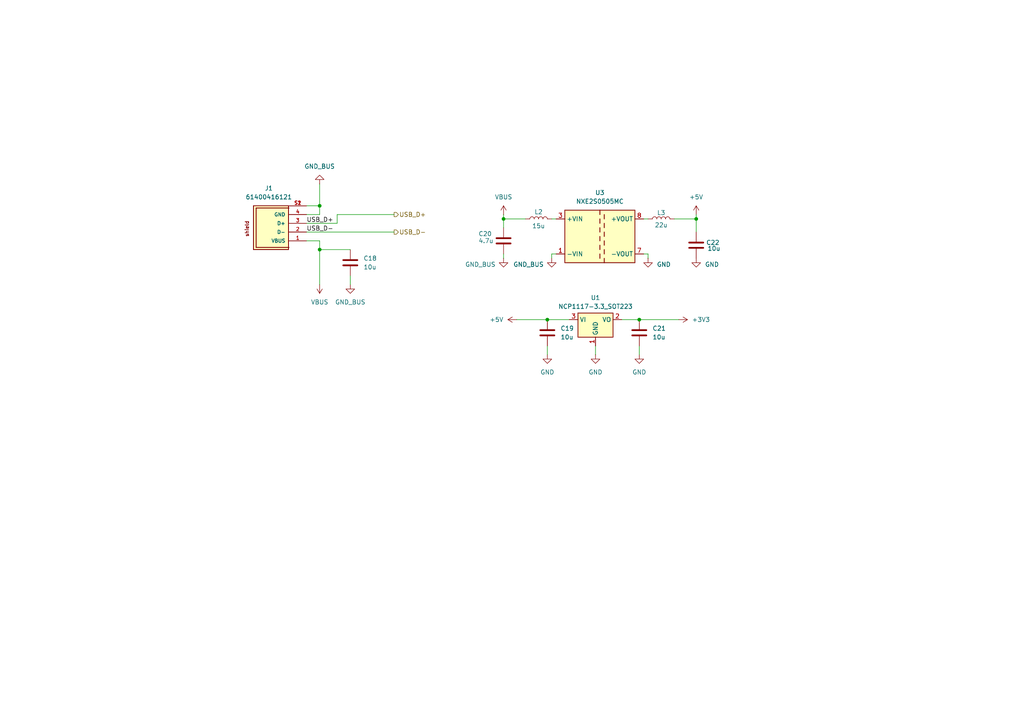
<source format=kicad_sch>
(kicad_sch (version 20250114) (generator "eeschema") (generator_version "9.0")
  (paper "A4")
  (title_block (title "OpenSync Power and Data") (date "2025-10-31") (rev "0.1") (company "OpenPIV Consortium") (comment 1 "USB power and data interface"))
  (lib_symbols
    (symbol "61400416121:61400416121" (pin_names (offset 1.016))
      (property "Reference" "J" (at 0 5.842 0))
      (property "Value" "61400416121" (at 0 -10.16 0))
      (symbol "61400416121_0_0"
        (polyline (pts (xy -5.08 4.445) (xy 4.445 4.445)) (stroke (width 0.254)))
        (rectangle (start -4.9349 -7.62) (end 5.2251 5.08) (stroke (width 0.254)) (fill (type background)))
        (polyline (pts (xy 4.445 4.445) (xy 4.445 -6.985)) (stroke (width 0.254)))
        (polyline (pts (xy 4.445 -6.985) (xy -5.08 -6.985)) (stroke (width 0.254)))
        (text "shield" (at 6.51 -3.37 900) (effects (font (size 1.016 1.016)) (justify left bottom)))
        (text "shield" (at 6.51 -3.37 900) (effects (font (size 1.016 1.016)) (justify left bottom)))
        (pin passive line (at -10.16 2.54 0) (length 5.08) (name "VBUS") (number "1"))
        (pin passive line (at -10.16 0 0) (length 5.08) (name "D-") (number "2"))
        (pin passive line (at -10.16 -2.54 0) (length 5.08) (name "D+") (number "3"))
        (pin passive line (at -10.16 -5.08 0) (length 5.08) (name "GND") (number "4"))
        (pin passive line (at -10.16 -7.62 0) (length 5.08) (name "~") (number "S1"))
        (pin passive line (at -10.16 -7.62 0) (length 5.08) (name "~") (number "S2"))
      )
    )
    (symbol "Device:C" (pin_numbers (hide yes)) (pin_names (offset 0.254))
      (property "Reference" "C" (at 0.635 2.54 0))
      (property "Value" "C" (at 0.635 -2.54 0))
      (symbol "C_0_1"
        (polyline (pts (xy -2.032 0.762) (xy 2.032 0.762)) (stroke (width 0.508)))
        (polyline (pts (xy -2.032 -0.762) (xy 2.032 -0.762)) (stroke (width 0.508)))
      )
      (symbol "C_1_1"
        (pin passive line (at 0 3.81 270) (length 2.794) (name "~") (number "1"))
        (pin passive line (at 0 -3.81 90) (length 2.794) (name "~") (number "2"))
      )
    )
    (symbol "Device:L" (pin_numbers (hide yes)) (pin_names (offset 1.016) (hide yes))
      (property "Reference" "L" (at -1.27 0 90))
      (property "Value" "L" (at 1.905 0 90))
      (symbol "L_0_1"
        (arc (start 0 2.54) (mid 0.6323 1.905) (end 0 1.27))
        (arc (start 0 1.27) (mid 0.6323 0.635) (end 0 0))
        (arc (start 0 0) (mid 0.6323 -0.635) (end 0 -1.27))
        (arc (start 0 -1.27) (mid 0.6323 -1.905) (end 0 -2.54))
      )
      (symbol "L_1_1"
        (pin passive line (at 0 3.81 270) (length 1.27) (name "1") (number "1"))
        (pin passive line (at 0 -3.81 90) (length 1.27) (name "2") (number "2"))
      )
    )
    (symbol "Regulator_Linear:NCP1117-3.3_SOT223"
      (property "Reference" "U" (at -3.81 3.175 0))
      (property "Value" "NCP1117-3.3_SOT223" (at 0 3.175 0))
      (symbol "NCP1117-3.3_SOT223_0_1"
        (rectangle (start -5.08 -5.08) (end 5.08 1.905) (stroke (width 0.254)) (fill (type background)))
      )
      (symbol "NCP1117-3.3_SOT223_1_1"
        (pin power_in line (at -7.62 0 0) (length 2.54) (name "VI") (number "3"))
        (pin power_in line (at 0 -7.62 90) (length 2.54) (name "GND") (number "1"))
        (pin power_out line (at 7.62 0 180) (length 2.54) (name "VO") (number "2"))
      )
    )
    (symbol "Regulator_Switching:NXE2S0505MC"
      (property "Reference" "U" (at -8.89 8.89 0))
      (property "Value" "NXE2S0505MC" (at 2.54 8.89 0))
      (symbol "NXE2S0505MC_0_1"
        (rectangle (start -10.16 7.62) (end 10.16 -7.62) (stroke (width 0.254)) (fill (type background)))
        (polyline (pts (xy 0 7.62) (xy 0 6.35)) (stroke (width 0.254)))
        (polyline (pts (xy 0 5.08) (xy 0 3.81)) (stroke (width 0.254)))
        (polyline (pts (xy 0 2.54) (xy 0 1.27)) (stroke (width 0.254)))
        (polyline (pts (xy 0 0) (xy 0 -1.27)) (stroke (width 0.254)))
        (polyline (pts (xy 0 -2.54) (xy 0 -3.81)) (stroke (width 0.254)))
        (polyline (pts (xy 0 -5.08) (xy 0 -6.35)) (stroke (width 0.254)))
        (polyline (pts (xy 1.27 5.08) (xy 1.27 6.35)) (stroke (width 0.254)))
        (polyline (pts (xy 1.27 2.54) (xy 1.27 3.81)) (stroke (width 0.254)))
        (polyline (pts (xy 1.27 0) (xy 1.27 1.27)) (stroke (width 0.254)))
        (polyline (pts (xy 1.27 -2.54) (xy 1.27 -1.27)) (stroke (width 0.254)))
        (polyline (pts (xy 1.27 -5.08) (xy 1.27 -3.81)) (stroke (width 0.254)))
        (polyline (pts (xy 1.27 -7.62) (xy 1.27 -6.35)) (stroke (width 0.254)))
      )
      (symbol "NXE2S0505MC_1_1"
        (pin power_in line (at -12.7 5.08 0) (length 2.54) (name "+VIN") (number "3"))
        (pin power_in line (at -12.7 -5.08 0) (length 2.54) (name "-VIN") (number "1"))
        (pin no_connect line (at -10.16 0 0) (length 2.54) (hide yes) (name "NC") (number "14"))
        (pin power_out line (at 12.7 5.08 180) (length 2.54) (name "+VOUT") (number "8"))
        (pin power_out line (at 12.7 -5.08 180) (length 2.54) (name "-VOUT") (number "7"))
      )
    )
    (symbol "power:+3V3" (power) (pin_numbers (hide yes)) (pin_names (offset 0) (hide yes))
      (property "Value" "+3V3" (at 0 3.556 0))
      (symbol "+3V3_0_1"
        (polyline (pts (xy -0.762 1.27) (xy 0 2.54)))
        (polyline (pts (xy 0 2.54) (xy 0.762 1.27)))
        (polyline (pts (xy 0 0) (xy 0 2.54)))
      )
      (symbol "+3V3_1_1"
        (pin power_in line (at 0 0 90) (length 0) (name "~") (number "1"))
      )
    )
    (symbol "power:+5V" (power) (pin_numbers (hide yes)) (pin_names (offset 0) (hide yes))
      (property "Value" "+5V" (at 0 3.556 0))
      (symbol "+5V_0_1"
        (polyline (pts (xy -0.762 1.27) (xy 0 2.54)))
        (polyline (pts (xy 0 2.54) (xy 0.762 1.27)))
        (polyline (pts (xy 0 0) (xy 0 2.54)))
      )
      (symbol "+5V_1_1"
        (pin power_in line (at 0 0 90) (length 0) (name "~") (number "1"))
      )
    )
    (symbol "power:GND" (power) (pin_numbers (hide yes)) (pin_names (offset 0) (hide yes))
      (property "Value" "GND" (at 0 -3.81 0))
      (symbol "GND_0_1"
        (polyline (pts (xy 0 0) (xy 0 -1.27) (xy 1.27 -1.27) (xy 0 -2.54) (xy -1.27 -1.27) (xy 0 -1.27)))
      )
      (symbol "GND_1_1"
        (pin power_in line (at 0 0 270) (length 0) (name "~") (number "1"))
      )
    )
    (symbol "power:VBUS" (power) (pin_numbers (hide yes)) (pin_names (offset 0) (hide yes))
      (property "Value" "VBUS" (at 0 3.556 0))
      (symbol "VBUS_0_1"
        (polyline (pts (xy -0.762 1.27) (xy 0 2.54)))
        (polyline (pts (xy 0 2.54) (xy 0.762 1.27)))
        (polyline (pts (xy 0 0) (xy 0 2.54)))
      )
      (symbol "VBUS_1_1"
        (pin power_in line (at 0 0 90) (length 0) (name "~") (number "1"))
      )
    )
  )
  (junction (at 92.71 72.39))
  (junction (at 92.71 59.69))
  (junction (at 185.42 92.71))
  (junction (at 158.75 92.71))
  (junction (at 201.93 63.5))
  (junction (at 146.05 63.5))
  (wire (pts (xy 185.42 92.71) (xy 196.85 92.71)))
  (wire (pts (xy 88.9 67.31) (xy 114.3 67.31)))
  (wire (pts (xy 88.9 69.85) (xy 92.71 69.85)))
  (wire (pts (xy 92.71 72.39) (xy 92.71 82.55)))
  (wire (pts (xy 97.79 64.77) (xy 97.79 62.23)))
  (wire (pts (xy 101.6 72.39) (xy 92.71 72.39)))
  (wire (pts (xy 201.93 63.5) (xy 201.93 67.31)))
  (wire (pts (xy 149.86 92.71) (xy 158.75 92.71)))
  (wire (pts (xy 146.05 63.5) (xy 146.05 62.23)))
  (wire (pts (xy 185.42 100.33) (xy 185.42 102.87)))
  (wire (pts (xy 158.75 100.33) (xy 158.75 102.87)))
  (wire (pts (xy 92.71 62.23) (xy 92.71 59.69)))
  (wire (pts (xy 101.6 80.01) (xy 101.6 82.55)))
  (wire (pts (xy 92.71 53.34) (xy 92.71 59.69)))
  (wire (pts (xy 187.96 73.66) (xy 186.69 73.66)))
  (wire (pts (xy 88.9 62.23) (xy 92.71 62.23)))
  (wire (pts (xy 88.9 64.77) (xy 97.79 64.77)))
  (wire (pts (xy 158.75 92.71) (xy 165.1 92.71)))
  (wire (pts (xy 152.4 63.5) (xy 146.05 63.5)))
  (wire (pts (xy 160.02 63.5) (xy 161.29 63.5)))
  (wire (pts (xy 160.02 74.93) (xy 160.02 73.66)))
  (wire (pts (xy 92.71 69.85) (xy 92.71 72.39)))
  (wire (pts (xy 201.93 63.5) (xy 195.58 63.5)))
  (wire (pts (xy 180.34 92.71) (xy 185.42 92.71)))
  (wire (pts (xy 146.05 74.93) (xy 146.05 73.66)))
  (wire (pts (xy 160.02 73.66) (xy 161.29 73.66)))
  (wire (pts (xy 146.05 63.5) (xy 146.05 66.04)))
  (wire (pts (xy 186.69 63.5) (xy 187.96 63.5)))
  (wire (pts (xy 187.96 74.93) (xy 187.96 73.66)))
  (wire (pts (xy 172.72 100.33) (xy 172.72 102.87)))
  (wire (pts (xy 201.93 62.23) (xy 201.93 63.5)))
  (wire (pts (xy 92.71 59.69) (xy 88.9 59.69)))
  (wire (pts (xy 97.79 62.23) (xy 114.3 62.23)))
  (label "USB_D-" (at 88.9 67.31 0))
  (label "USB_D+" (at 88.9 64.77 0))
  (hierarchical_label "USB_D+" (shape output) (at 114.3 62.23 0))
  (hierarchical_label "USB_D-" (shape output) (at 114.3 67.31 0))
  (symbol (lib_id "power:GND") (at 92.71 53.34 180) (unit 1)
    (property "Reference" "#PWR02" (effects (hide yes)))
    (property "Value" "GND_BUS" (at 92.71 48.26 0))
    (property "Description" "Power symbol creates a global label with name \"GND\" , ground" (effects (hide yes)))
  )
  (symbol (lib_id "power:VBUS") (at 146.05 62.23 0) (unit 1)
    (property "Reference" "#PWR08" (effects (hide yes)))
    (property "Value" "VBUS" (at 146.05 57.15 0))
    (property "Description" "Power symbol creates a global label with name \"VBUS\"" (effects (hide yes)))
  )
  (symbol (lib_id "Device:L") (at 156.21 63.5 90) (unit 1)
    (property "Reference" "L2" (at 156.21 61.468 90))
    (property "Value" "15u" (at 156.21 65.532 90))
    (property "Footprint" "ASPI-4030S-150M-T:IND_ASPI-4030S-150M-T" (effects (hide yes)))
    (property "Description" "Inductor" (effects (hide yes)))
    (property "LCSC" "C5570254 " (effects (hide yes)))
  )
  (symbol (lib_id "power:GND") (at 185.42 102.87 0) (unit 1)
    (property "Reference" "#PWR05" (effects (hide yes)))
    (property "Value" "GND" (at 185.42 107.95 0))
    (property "Description" "Power symbol creates a global label with name \"GND\" , ground" (effects (hide yes)))
  )
  (symbol (lib_id "61400416121:61400416121") (at 78.74 67.31 180) (unit 1)
    (property "Reference" "J1" (at 77.9697 54.61 0))
    (property "Value" "61400416121" (at 77.9697 57.15 0))
    (property "Footprint" "61400416121:61400416121" (effects (hide yes)))
    (property "MF" "Wurth Electronics" (effects (hide yes)))
    (property "Description_1" "WR-COM_USB_Type B_Horizontal_THT" (effects (hide yes)))
    (property "Package" "None" (effects (hide yes)))
    (property "Price" "None" (effects (hide yes)))
    (property "SnapEDA_Link" "https://www.snapeda.com/parts/61400416121/Wurth+Electronics/view-part/?ref=snap" (effects (hide yes)))
    (property "MP" "61400416121" (effects (hide yes)))
    (property "Availability" "In Stock" (effects (hide yes)))
    (property "Check_prices" "https://www.snapeda.com/parts/61400416121/Wurth+Electronics/view-part/?ref=eda" (effects (hide yes)))
  )
  (symbol (lib_id "Device:L") (at 191.77 63.5 90) (unit 1)
    (property "Reference" "L3" (at 191.77 61.722 90))
    (property "Value" "22u" (at 191.77 65.278 90))
    (property "Footprint" "ASPI6045S220MT:IND_ASPI6045S220MT" (effects (hide yes)))
    (property "Description" "Inductor" (effects (hide yes)))
    (property "LCSC" "C187454" (effects (hide yes)))
  )
  (symbol (lib_id "power:GND") (at 187.96 74.93 0) (unit 1)
    (property "Reference" "#PWR066" (effects (hide yes)))
    (property "Value" "GND" (at 192.532 76.708 0))
    (property "Description" "Power symbol creates a global label with name \"GND\" , ground" (effects (hide yes)))
  )
  (symbol (lib_id "Device:C") (at 185.42 96.52 0) (unit 1)
    (property "Reference" "C21" (at 189.23 95.2499 0) (effects (justify left)))
    (property "Value" "10u" (at 189.23 97.7899 0) (effects (justify left)))
    (property "Footprint" "RP2350_80QFN_minimal:C_0402_1005Metric_small_pads" (effects (hide yes)))
    (property "Description" "Unpolarized capacitor" (effects (hide yes)))
    (property "LCSC" "C1856484" (effects (hide yes)))
  )
  (symbol (lib_id "power:GND") (at 101.6 82.55 0) (unit 1)
    (property "Reference" "#PWR04" (effects (hide yes)))
    (property "Value" "GND_BUS" (at 101.6 87.63 0))
    (property "Description" "Power symbol creates a global label with name \"GND\" , ground" (effects (hide yes)))
  )
  (symbol (lib_id "power:GND") (at 160.02 74.93 0) (unit 1)
    (property "Reference" "#PWR011" (effects (hide yes)))
    (property "Value" "GND_BUS" (at 157.734 76.708 0) (effects (justify right)))
    (property "Description" "Power symbol creates a global label with name \"GND\" , ground" (effects (hide yes)))
  )
  (symbol (lib_id "Regulator_Linear:NCP1117-3.3_SOT223") (at 172.72 92.71 0) (unit 1)
    (property "Reference" "U1" (at 172.72 86.36 0))
    (property "Value" "NCP1117-3.3_SOT223" (at 172.72 88.9 0))
    (property "Footprint" "Package_TO_SOT_SMD:SOT-223-3_TabPin2" (effects (hide yes)))
    (property "Datasheet" "http://www.onsemi.com/pub_link/Collateral/NCP1117-D.PDF" (effects (hide yes)))
    (property "Description" "1A Low drop-out regulator, Fixed Output 3.3V, SOT-223" (effects (hide yes)))
    (property "LCSC" "C26537" (effects (hide yes)))
  )
  (symbol (lib_id "Device:C") (at 201.93 71.12 0) (unit 1)
    (property "Reference" "C22" (at 206.756 70.358 0))
    (property "Value" "10u" (at 207.0735 72.0725 0))
    (property "Footprint" "RP2350_80QFN_minimal:C_0402_1005Metric_small_pads" (effects (hide yes)))
    (property "Description" "Unpolarized capacitor" (effects (hide yes)))
    (property "LCSC" "C1856484" (effects (hide yes)))
  )
  (symbol (lib_id "Device:C") (at 101.6 76.2 0) (unit 1)
    (property "Reference" "C18" (at 105.41 74.9299 0) (effects (justify left)))
    (property "Value" "10u" (at 105.41 77.4699 0) (effects (justify left)))
    (property "Footprint" "RP2350_80QFN_minimal:C_0402_1005Metric_small_pads" (effects (hide yes)))
    (property "Description" "Unpolarized capacitor" (effects (hide yes)))
    (property "LCSC" "C1856484" (effects (hide yes)))
  )
  (symbol (lib_id "power:+5V") (at 201.93 62.23 0) (unit 1)
    (property "Reference" "#PWR034" (effects (hide yes)))
    (property "Value" "+5V" (at 201.93 57.15 0))
    (property "Description" "Power symbol creates a global label with name \"+5V\"" (effects (hide yes)))
  )
  (symbol (lib_id "power:+5V") (at 149.86 92.71 90) (unit 1)
    (property "Reference" "#PWR026" (effects (hide yes)))
    (property "Value" "+5V" (at 146.05 92.7099 90) (effects (justify left)))
    (property "Description" "Power symbol creates a global label with name \"+5V\"" (effects (hide yes)))
  )
  (symbol (lib_id "power:GND") (at 158.75 102.87 0) (unit 1)
    (property "Reference" "#PWR027" (effects (hide yes)))
    (property "Value" "GND" (at 158.75 107.95 0))
    (property "Description" "Power symbol creates a global label with name \"GND\" , ground" (effects (hide yes)))
  )
  (symbol (lib_id "Device:C") (at 146.05 69.85 180) (unit 1)
    (property "Reference" "C20" (at 140.716 67.818 0))
    (property "Value" "4.7u" (at 140.97 69.85 0))
    (property "Footprint" "RP2350_80QFN_minimal:C_0402_1005Metric_small_pads" (effects (hide yes)))
    (property "Description" "Unpolarized capacitor" (effects (hide yes)))
    (property "LCSC" "C326586" (effects (hide yes)))
  )
  (symbol (lib_id "Regulator_Switching:NXE2S0505MC") (at 173.99 68.58 0) (unit 1)
    (property "Reference" "U3" (at 173.99 55.88 0))
    (property "Value" "NXE2S0505MC" (at 173.99 58.42 0))
    (property "Footprint" "Converter_DCDC:Converter_DCDC_Murata_NXExSxxxxMC_SMD" (effects (hide yes)))
    (property "Datasheet" "https://www.murata.com/products/productdata/8807031898142/kdc-nxe2.pdf" (effects (hide yes)))
    (property "Description" "2W 5V to 5V 400mA DC-DC Converter with 3kV isolation" (effects (hide yes)))
  )
  (symbol (lib_id "power:GND") (at 201.93 74.93 0) (unit 1)
    (property "Reference" "#PWR065" (effects (hide yes)))
    (property "Value" "GND" (at 206.502 76.708 0))
    (property "Description" "Power symbol creates a global label with name \"GND\" , ground" (effects (hide yes)))
  )
  (symbol (lib_id "power:GND") (at 146.05 74.93 0) (unit 1)
    (property "Reference" "#PWR010" (effects (hide yes)))
    (property "Value" "GND_BUS" (at 143.764 76.708 0) (effects (justify right)))
    (property "Description" "Power symbol creates a global label with name \"GND\" , ground" (effects (hide yes)))
  )
  (symbol (lib_id "power:VBUS") (at 92.71 82.55 180) (unit 1)
    (property "Reference" "#PWR03" (effects (hide yes)))
    (property "Value" "VBUS" (at 92.71 87.63 0))
    (property "Description" "Power symbol creates a global label with name \"VBUS\"" (effects (hide yes)))
  )
  (symbol (lib_id "power:+3V3") (at 196.85 92.71 270) (unit 1)
    (property "Reference" "#PWR07" (effects (hide yes)))
    (property "Value" "+3V3" (at 200.66 92.7099 90) (effects (justify left)))
    (property "Description" "Power symbol creates a global label with name \"+3V3\"" (effects (hide yes)))
  )
  (symbol (lib_id "power:GND") (at 172.72 102.87 0) (unit 1)
    (property "Reference" "#PWR06" (effects (hide yes)))
    (property "Value" "GND" (at 172.72 107.95 0))
    (property "Description" "Power symbol creates a global label with name \"GND\" , ground" (effects (hide yes)))
  )
  (symbol (lib_id "Device:C") (at 158.75 96.52 0) (unit 1)
    (property "Reference" "C19" (at 162.56 95.2499 0) (effects (justify left)))
    (property "Value" "10u" (at 162.56 97.7899 0) (effects (justify left)))
    (property "Footprint" "RP2350_80QFN_minimal:C_0402_1005Metric_small_pads" (effects (hide yes)))
    (property "Description" "Unpolarized capacitor" (effects (hide yes)))
    (property "LCSC" "C1856484" (effects (hide yes)))
  )
)
</source>
